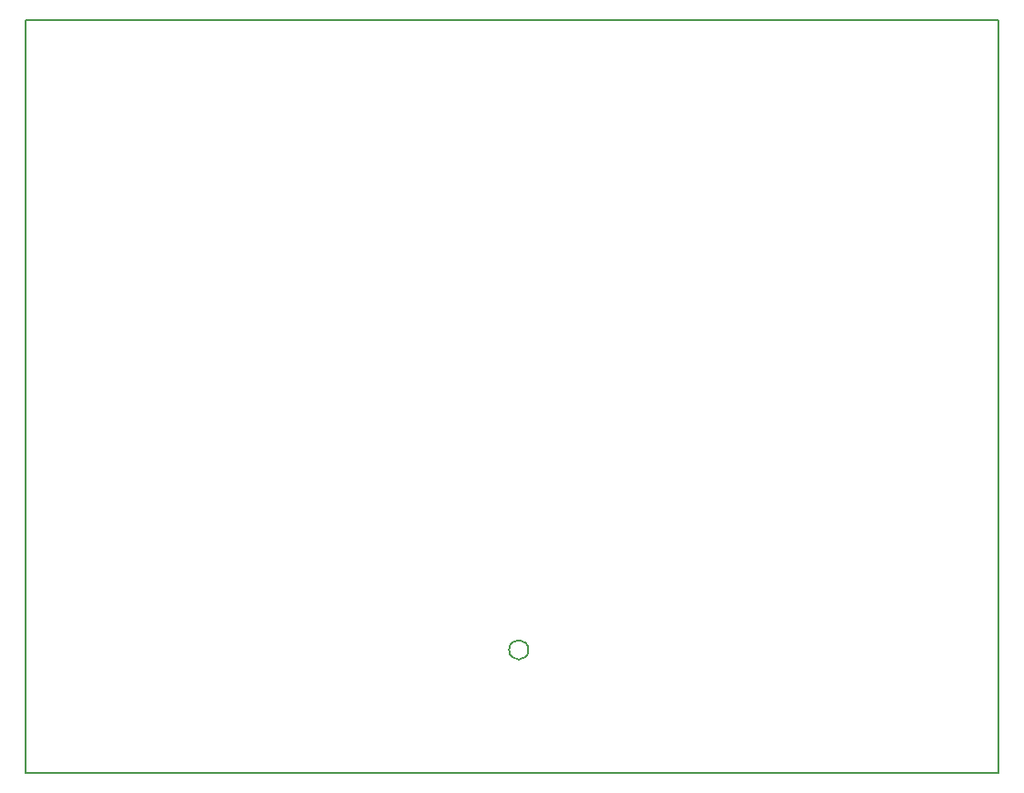
<source format=gm1>
G04 #@! TF.GenerationSoftware,KiCad,Pcbnew,(5.0.2)-1*
G04 #@! TF.CreationDate,2019-04-15T11:25:42+02:00*
G04 #@! TF.ProjectId,irrigation_5Vvalve_4N25_CD74HC4052E_PCB v5.2,69727269-6761-4746-996f-6e5f35567661,rev?*
G04 #@! TF.SameCoordinates,Original*
G04 #@! TF.FileFunction,Profile,NP*
%FSLAX46Y46*%
G04 Gerber Fmt 4.6, Leading zero omitted, Abs format (unit mm)*
G04 Created by KiCad (PCBNEW (5.0.2)-1) date 15-04-2019 11:25:42*
%MOMM*%
%LPD*%
G01*
G04 APERTURE LIST*
%ADD10C,0.200000*%
G04 APERTURE END LIST*
D10*
X64398026Y-76200000D02*
G75*
G03X64398026Y-76200000I-898026J0D01*
G01*
X17780000Y-87630000D02*
X17780000Y-17780000D01*
X107950000Y-87630000D02*
X17780000Y-87630000D01*
X107950000Y-17780000D02*
X107950000Y-87630000D01*
X17780000Y-17780000D02*
X107950000Y-17780000D01*
M02*

</source>
